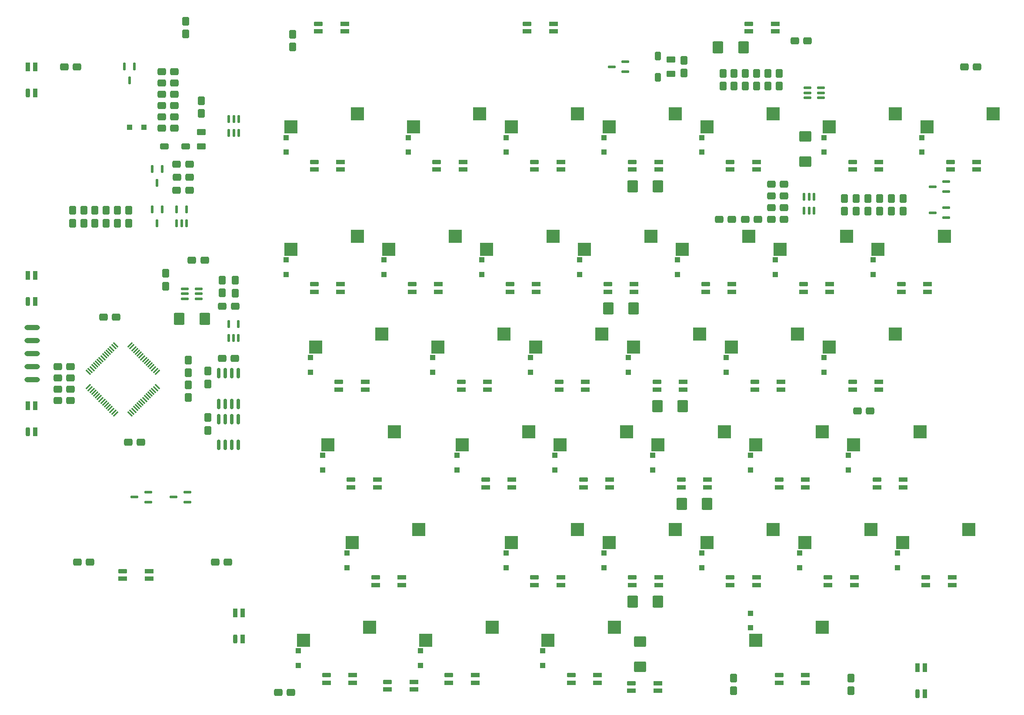
<source format=gbp>
G04 #@! TF.GenerationSoftware,KiCad,Pcbnew,7.0.1*
G04 #@! TF.CreationDate,2023-07-18T11:36:22-07:00*
G04 #@! TF.ProjectId,keyboard-left,6b657962-6f61-4726-942d-6c6566742e6b,rev?*
G04 #@! TF.SameCoordinates,Original*
G04 #@! TF.FileFunction,Paste,Bot*
G04 #@! TF.FilePolarity,Positive*
%FSLAX46Y46*%
G04 Gerber Fmt 4.6, Leading zero omitted, Abs format (unit mm)*
G04 Created by KiCad (PCBNEW 7.0.1) date 2023-07-18 11:36:22*
%MOMM*%
%LPD*%
G01*
G04 APERTURE LIST*
G04 Aperture macros list*
%AMRoundRect*
0 Rectangle with rounded corners*
0 $1 Rounding radius*
0 $2 $3 $4 $5 $6 $7 $8 $9 X,Y pos of 4 corners*
0 Add a 4 corners polygon primitive as box body*
4,1,4,$2,$3,$4,$5,$6,$7,$8,$9,$2,$3,0*
0 Add four circle primitives for the rounded corners*
1,1,$1+$1,$2,$3*
1,1,$1+$1,$4,$5*
1,1,$1+$1,$6,$7*
1,1,$1+$1,$8,$9*
0 Add four rect primitives between the rounded corners*
20,1,$1+$1,$2,$3,$4,$5,0*
20,1,$1+$1,$4,$5,$6,$7,0*
20,1,$1+$1,$6,$7,$8,$9,0*
20,1,$1+$1,$8,$9,$2,$3,0*%
G04 Aperture macros list end*
%ADD10R,2.550000X2.500000*%
%ADD11RoundRect,0.350000X-0.500500X-0.350000X0.500500X-0.350000X0.500500X0.350000X-0.500500X0.350000X0*%
%ADD12RoundRect,0.123750X0.123750X-0.656250X0.123750X0.656250X-0.123750X0.656250X-0.123750X-0.656250X0*%
%ADD13RoundRect,0.300000X0.550500X0.300000X-0.550500X0.300000X-0.550500X-0.300000X0.550500X-0.300000X0*%
%ADD14RoundRect,0.350000X0.350000X-0.500500X0.350000X0.500500X-0.350000X0.500500X-0.350000X-0.500500X0*%
%ADD15RoundRect,0.150000X-0.150000X0.825000X-0.150000X-0.825000X0.150000X-0.825000X0.150000X0.825000X0*%
%ADD16RoundRect,0.350000X0.500500X0.350000X-0.500500X0.350000X-0.500500X-0.350000X0.500500X-0.350000X0*%
%ADD17RoundRect,0.250000X0.625000X-0.375000X0.625000X0.375000X-0.625000X0.375000X-0.625000X-0.375000X0*%
%ADD18RoundRect,0.123750X-0.656250X-0.123750X0.656250X-0.123750X0.656250X0.123750X-0.656250X0.123750X0*%
%ADD19RoundRect,0.350000X-0.350000X0.500500X-0.350000X-0.500500X0.350000X-0.500500X0.350000X0.500500X0*%
%ADD20RoundRect,0.250000X0.787500X0.925000X-0.787500X0.925000X-0.787500X-0.925000X0.787500X-0.925000X0*%
%ADD21RoundRect,0.123750X-0.123750X0.656250X-0.123750X-0.656250X0.123750X-0.656250X0.123750X0.656250X0*%
%ADD22RoundRect,0.300000X-0.300000X0.550500X-0.300000X-0.550500X0.300000X-0.550500X0.300000X0.550500X0*%
%ADD23O,3.000000X1.000000*%
%ADD24RoundRect,0.250000X0.925000X-0.787500X0.925000X0.787500X-0.925000X0.787500X-0.925000X-0.787500X0*%
%ADD25R,1.700000X0.820000*%
%ADD26RoundRect,0.205000X0.645000X0.205000X-0.645000X0.205000X-0.645000X-0.205000X0.645000X-0.205000X0*%
%ADD27RoundRect,0.250000X0.300000X-0.300000X0.300000X0.300000X-0.300000X0.300000X-0.300000X-0.300000X0*%
%ADD28R,0.820000X1.700000*%
%ADD29RoundRect,0.205000X-0.205000X0.645000X-0.205000X-0.645000X0.205000X-0.645000X0.205000X0.645000X0*%
%ADD30RoundRect,0.074750X0.423911X-0.318198X-0.318198X0.423911X-0.423911X0.318198X0.318198X-0.423911X0*%
%ADD31RoundRect,0.074750X-0.318198X-0.423911X0.423911X0.318198X0.318198X0.423911X-0.423911X-0.318198X0*%
%ADD32RoundRect,0.250000X-0.300000X0.300000X-0.300000X-0.300000X0.300000X-0.300000X0.300000X0.300000X0*%
%ADD33RoundRect,0.250000X-0.300000X-0.300000X0.300000X-0.300000X0.300000X0.300000X-0.300000X0.300000X0*%
G04 APERTURE END LIST*
D10*
X158173800Y-102870000D03*
X171073800Y-100330000D03*
D11*
X146577000Y-39878000D03*
X149079000Y-39878000D03*
D12*
X46040000Y-20320000D03*
X46990000Y-20320000D03*
X47940000Y-20320000D03*
X47940000Y-23020000D03*
X46990000Y-23020000D03*
X46040000Y-23020000D03*
D13*
X37611000Y-25660000D03*
X33509000Y-25660000D03*
D10*
X77211300Y-45720000D03*
X90111300Y-43180000D03*
D14*
X146640000Y-13951000D03*
X146640000Y-11449000D03*
X177292000Y-38335000D03*
X177292000Y-35833000D03*
D10*
X60542500Y-121920000D03*
X73469500Y-119380000D03*
X162936300Y-64770000D03*
X175836300Y-62230000D03*
D15*
X44069000Y-69923000D03*
X45339000Y-69923000D03*
X46609000Y-69923000D03*
X47879000Y-69923000D03*
X47879000Y-75873000D03*
X46609000Y-75873000D03*
X45339000Y-75873000D03*
X44069000Y-75873000D03*
D16*
X24111000Y-58928000D03*
X21609000Y-58928000D03*
D14*
X168148000Y-38335000D03*
X168148000Y-35833000D03*
D10*
X162936300Y-21907500D03*
X175836300Y-19367500D03*
D17*
X132080000Y-11560000D03*
X132080000Y-8760000D03*
D10*
X139123800Y-102870000D03*
X152023800Y-100330000D03*
X115311300Y-45720000D03*
X128211300Y-43180000D03*
D16*
X15221000Y-72980000D03*
X12719000Y-72980000D03*
D18*
X185754000Y-32578000D03*
X185754000Y-34478000D03*
X183054000Y-33528000D03*
D10*
X62923800Y-64770000D03*
X75850800Y-62230000D03*
D19*
X33704500Y-50419300D03*
X33704500Y-52921300D03*
D14*
X22180000Y-40640000D03*
X22180000Y-38138000D03*
D10*
X70067500Y-102870000D03*
X82994500Y-100330000D03*
X58161300Y-45720000D03*
X71061300Y-43180000D03*
D18*
X40134500Y-53461300D03*
X40134500Y-54411300D03*
X40134500Y-55361300D03*
X37434500Y-55361300D03*
X37434500Y-54411300D03*
X37434500Y-53461300D03*
D11*
X151657000Y-35306000D03*
X154159000Y-35306000D03*
D10*
X101023800Y-102870000D03*
X113923800Y-100330000D03*
X172461300Y-45720000D03*
X185361300Y-43180000D03*
D18*
X30312000Y-93096000D03*
X30312000Y-94996000D03*
X27612000Y-94046000D03*
D11*
X151657000Y-33020000D03*
X154159000Y-33020000D03*
D19*
X58420000Y-3829000D03*
X58420000Y-6331000D03*
D11*
X26435000Y-83312000D03*
X28937000Y-83312000D03*
D20*
X146226500Y-6350000D03*
X141301500Y-6350000D03*
D21*
X37780000Y-40640000D03*
X36830000Y-40640000D03*
X35880000Y-40640000D03*
X35880000Y-37940000D03*
X37780000Y-37940000D03*
D14*
X148840000Y-13951000D03*
X148840000Y-11449000D03*
X144440000Y-13951000D03*
X144440000Y-11449000D03*
D19*
X41952000Y-78516000D03*
X41952000Y-81018000D03*
D14*
X142240000Y-13951000D03*
X142240000Y-11449000D03*
D11*
X141497000Y-39878000D03*
X143999000Y-39878000D03*
D12*
X25720000Y-10080000D03*
X27620000Y-10080000D03*
X26670000Y-12780000D03*
D14*
X17780000Y-40640000D03*
X17780000Y-38138000D03*
X170434000Y-38335000D03*
X170434000Y-35833000D03*
D16*
X15221000Y-70780000D03*
X12719000Y-70780000D03*
D14*
X134620000Y-11411000D03*
X134620000Y-8909000D03*
D19*
X144272000Y-129305000D03*
X144272000Y-131807000D03*
D16*
X15221000Y-75180000D03*
X12719000Y-75180000D03*
D14*
X153240000Y-13951000D03*
X153240000Y-11449000D03*
D10*
X108167500Y-121920000D03*
X121094500Y-119380000D03*
X65305000Y-83820000D03*
X78232000Y-81280000D03*
X81973800Y-21907500D03*
X94873800Y-19367500D03*
D18*
X123270000Y-9210000D03*
X123270000Y-11110000D03*
X120570000Y-10160000D03*
D20*
X41324500Y-59271300D03*
X36399500Y-59271300D03*
D16*
X45866000Y-106680000D03*
X43364000Y-106680000D03*
D10*
X124836300Y-64770000D03*
X137736300Y-62230000D03*
X167698800Y-83820000D03*
X180598800Y-81280000D03*
D14*
X19980000Y-40640000D03*
X19980000Y-38138000D03*
D17*
X40640000Y-25660000D03*
X40640000Y-22860000D03*
D10*
X139123800Y-21907500D03*
X152023800Y-19367500D03*
X148648800Y-83820000D03*
X161548800Y-81280000D03*
D14*
X172720000Y-38335000D03*
X172720000Y-35833000D03*
D11*
X32969000Y-15539000D03*
X35471000Y-15539000D03*
X151657000Y-37592000D03*
X154159000Y-37592000D03*
D22*
X129540000Y-8109000D03*
X129540000Y-12211000D03*
D10*
X96261300Y-45720000D03*
X109161300Y-43180000D03*
D11*
X13989000Y-10160000D03*
X16491000Y-10160000D03*
X32969000Y-19939000D03*
X35471000Y-19939000D03*
D14*
X26580000Y-40640000D03*
X26580000Y-38138000D03*
D19*
X41910000Y-69489600D03*
X41910000Y-71991600D03*
D14*
X151040000Y-13951000D03*
X151040000Y-11449000D03*
X40640000Y-19272000D03*
X40640000Y-16770000D03*
D11*
X35899000Y-31670000D03*
X38401000Y-31670000D03*
D10*
X120073800Y-102870000D03*
X132973800Y-100330000D03*
X84355000Y-121920000D03*
X97282000Y-119380000D03*
D11*
X38822500Y-47841300D03*
X41324500Y-47841300D03*
X32969000Y-22139000D03*
X35471000Y-22139000D03*
X189249000Y-10160000D03*
X191751000Y-10160000D03*
X32969000Y-13339000D03*
X35471000Y-13339000D03*
D16*
X170923000Y-77216000D03*
X168421000Y-77216000D03*
D18*
X161370000Y-14290000D03*
X161370000Y-15240000D03*
X161370000Y-16190000D03*
X158670000Y-16190000D03*
X158670000Y-15240000D03*
X158670000Y-14290000D03*
D11*
X16529000Y-106680000D03*
X19031000Y-106680000D03*
D19*
X167132000Y-129305000D03*
X167132000Y-131807000D03*
D10*
X58161300Y-21907500D03*
X71061300Y-19367500D03*
D14*
X24380000Y-40640000D03*
X24380000Y-38138000D03*
X38100000Y-69831000D03*
X38100000Y-67329000D03*
D11*
X44745000Y-56818000D03*
X47247000Y-56818000D03*
D10*
X101023800Y-21907500D03*
X113923800Y-19367500D03*
X86736300Y-64770000D03*
X99636300Y-62230000D03*
X148648800Y-121920000D03*
X161575800Y-119380000D03*
D11*
X44707000Y-66978000D03*
X47209000Y-66978000D03*
X32969000Y-11139000D03*
X35471000Y-11139000D03*
D12*
X158054000Y-35480000D03*
X159004000Y-35480000D03*
X159954000Y-35480000D03*
X159954000Y-38180000D03*
X159004000Y-38180000D03*
X158054000Y-38180000D03*
D10*
X134361300Y-45720000D03*
X147261300Y-43180000D03*
D18*
X185754000Y-37658000D03*
X185754000Y-39558000D03*
X183054000Y-38608000D03*
D14*
X44707000Y-54240000D03*
X44707000Y-51738000D03*
D16*
X158731000Y-5080000D03*
X156229000Y-5080000D03*
D12*
X31120000Y-30060000D03*
X33020000Y-30060000D03*
X32070000Y-32760000D03*
D11*
X35880000Y-34210000D03*
X38382000Y-34210000D03*
D10*
X105786300Y-64770000D03*
X118686300Y-62230000D03*
D14*
X15580000Y-40640000D03*
X15580000Y-38138000D03*
D10*
X110548800Y-83820000D03*
X123448800Y-81280000D03*
D14*
X175006000Y-38335000D03*
X175006000Y-35833000D03*
D15*
X44069000Y-78873000D03*
X45339000Y-78873000D03*
X46609000Y-78873000D03*
X47879000Y-78873000D03*
X47879000Y-83823000D03*
X46609000Y-83823000D03*
X45339000Y-83823000D03*
X44069000Y-83823000D03*
D19*
X38100000Y-72155000D03*
X38100000Y-74657000D03*
D10*
X120073800Y-21907500D03*
X132973800Y-19367500D03*
X143886300Y-64770000D03*
X156786300Y-62230000D03*
X91498800Y-83820000D03*
X104398800Y-81280000D03*
D11*
X35880000Y-29130000D03*
X38382000Y-29130000D03*
X32969000Y-17739000D03*
X35471000Y-17739000D03*
X151657000Y-39878000D03*
X154159000Y-39878000D03*
D18*
X37932000Y-93096000D03*
X37932000Y-94996000D03*
X35232000Y-94046000D03*
D16*
X15221000Y-68580000D03*
X12719000Y-68580000D03*
D14*
X47247000Y-54278000D03*
X47247000Y-51776000D03*
D10*
X153411300Y-45720000D03*
X166311300Y-43180000D03*
D23*
X7730000Y-60960000D03*
X7730000Y-63500000D03*
X7730000Y-66040000D03*
X7730000Y-68580000D03*
X7730000Y-71120000D03*
D10*
X177223800Y-102870000D03*
X190123800Y-100330000D03*
D21*
X47877000Y-62988000D03*
X46927000Y-62988000D03*
X45977000Y-62988000D03*
X45977000Y-60288000D03*
X47877000Y-60288000D03*
D24*
X158242000Y-28624500D03*
X158242000Y-23699500D03*
D11*
X55645000Y-132080000D03*
X58147000Y-132080000D03*
D12*
X31120000Y-37940000D03*
X33020000Y-37940000D03*
X32070000Y-40640000D03*
D14*
X37592000Y-3791000D03*
X37592000Y-1289000D03*
D10*
X129598800Y-83820000D03*
X142498800Y-81280000D03*
D14*
X165862000Y-38335000D03*
X165862000Y-35833000D03*
D10*
X181986300Y-21907500D03*
X194886300Y-19367500D03*
D25*
X68590000Y-3290000D03*
X68590000Y-1790000D03*
D26*
X63490000Y-1790000D03*
D25*
X63490000Y-3290000D03*
D27*
X166698800Y-88720000D03*
X166698800Y-85920000D03*
D28*
X48756000Y-116576000D03*
X47256000Y-116576000D03*
D29*
X47256000Y-121676000D03*
D28*
X48756000Y-121676000D03*
D25*
X152410000Y-3290000D03*
X152410000Y-1790000D03*
D26*
X147310000Y-1790000D03*
D25*
X147310000Y-3290000D03*
D27*
X90498800Y-88720000D03*
X90498800Y-85920000D03*
D25*
X148758800Y-111160000D03*
X148758800Y-109660000D03*
D26*
X143658800Y-109660000D03*
D25*
X143658800Y-111160000D03*
X182096300Y-54010000D03*
X182096300Y-52510000D03*
D26*
X176996300Y-52510000D03*
D25*
X176996300Y-54010000D03*
X117802500Y-130210000D03*
X117802500Y-128710000D03*
D26*
X112702500Y-128710000D03*
D25*
X112702500Y-130210000D03*
D27*
X161936300Y-69670000D03*
X161936300Y-66870000D03*
D25*
X148758800Y-30197500D03*
X148758800Y-28697500D03*
D26*
X143658800Y-28697500D03*
D25*
X143658800Y-30197500D03*
D30*
X32117514Y-72534213D03*
X31763961Y-72887766D03*
X31410407Y-73241320D03*
X31056854Y-73594872D03*
X30703299Y-73948427D03*
X30349747Y-74301980D03*
X29996194Y-74655532D03*
X29642640Y-75009087D03*
X29289087Y-75362640D03*
X28935532Y-75716194D03*
X28581980Y-76069747D03*
X28228427Y-76423299D03*
X27874872Y-76776854D03*
X27521320Y-77130407D03*
X27167766Y-77483961D03*
X26814213Y-77837514D03*
D31*
X23985787Y-77837514D03*
X23632234Y-77483961D03*
X23278680Y-77130407D03*
X22925128Y-76776854D03*
X22571573Y-76423299D03*
X22218020Y-76069747D03*
X21864468Y-75716194D03*
X21510913Y-75362640D03*
X21157360Y-75009087D03*
X20803806Y-74655532D03*
X20450253Y-74301980D03*
X20096701Y-73948427D03*
X19743146Y-73594872D03*
X19389593Y-73241320D03*
X19036039Y-72887766D03*
X18682486Y-72534213D03*
D30*
X18682486Y-69705787D03*
X19036039Y-69352234D03*
X19389593Y-68998680D03*
X19743146Y-68645128D03*
X20096701Y-68291573D03*
X20450253Y-67938020D03*
X20803806Y-67584468D03*
X21157360Y-67230913D03*
X21510913Y-66877360D03*
X21864468Y-66523806D03*
X22218020Y-66170253D03*
X22571573Y-65816701D03*
X22925128Y-65463146D03*
X23278680Y-65109593D03*
X23632234Y-64756039D03*
X23985787Y-64402486D03*
D31*
X26814213Y-64402486D03*
X27167766Y-64756039D03*
X27521320Y-65109593D03*
X27874872Y-65463146D03*
X28228427Y-65816701D03*
X28581980Y-66170253D03*
X28935532Y-66523806D03*
X29289087Y-66877360D03*
X29642640Y-67230913D03*
X29996194Y-67584468D03*
X30349747Y-67938020D03*
X30703299Y-68291573D03*
X31056854Y-68645128D03*
X31410407Y-68998680D03*
X31763961Y-69352234D03*
X32117514Y-69705787D03*
D25*
X105896300Y-54010000D03*
X105896300Y-52510000D03*
D26*
X100796300Y-52510000D03*
D25*
X100796300Y-54010000D03*
D27*
X119073800Y-26807500D03*
X119073800Y-24007500D03*
X107167500Y-126820000D03*
X107167500Y-124020000D03*
X161936300Y-26807500D03*
X161936300Y-24007500D03*
D25*
X177333800Y-92110000D03*
X177333800Y-90610000D03*
D26*
X172233800Y-90610000D03*
D25*
X172233800Y-92110000D03*
D27*
X69067500Y-107770000D03*
X69067500Y-104970000D03*
D25*
X129708800Y-30197500D03*
X129708800Y-28697500D03*
D26*
X124608800Y-28697500D03*
D25*
X124608800Y-30197500D03*
D27*
X171461300Y-50620000D03*
X171461300Y-47820000D03*
D25*
X67796300Y-54010000D03*
X67796300Y-52510000D03*
D26*
X62696300Y-52510000D03*
D25*
X62696300Y-54010000D03*
X134471300Y-73060000D03*
X134471300Y-71560000D03*
D26*
X129371300Y-71560000D03*
D25*
X129371300Y-73060000D03*
D20*
X134383800Y-76310000D03*
X129458800Y-76310000D03*
D27*
X119073800Y-107770000D03*
X119073800Y-104970000D03*
D25*
X79702500Y-111160000D03*
X79702500Y-109660000D03*
D26*
X74602500Y-109660000D03*
D25*
X74602500Y-111160000D03*
D27*
X152411300Y-50620000D03*
X152411300Y-47820000D03*
X95261300Y-50620000D03*
X95261300Y-47820000D03*
D25*
X143996300Y-54010000D03*
X143996300Y-52510000D03*
D26*
X138896300Y-52510000D03*
D25*
X138896300Y-54010000D03*
X91608800Y-30197500D03*
X91608800Y-28697500D03*
D26*
X86508800Y-28697500D03*
D25*
X86508800Y-30197500D03*
X72558800Y-73060000D03*
X72558800Y-71560000D03*
D26*
X67458800Y-71560000D03*
D25*
X67458800Y-73060000D03*
X82052000Y-131560000D03*
X82052000Y-130060000D03*
D26*
X76952000Y-130060000D03*
D25*
X76952000Y-131560000D03*
X115421300Y-73060000D03*
X115421300Y-71560000D03*
D26*
X110321300Y-71560000D03*
D25*
X110321300Y-73060000D03*
X110658800Y-111160000D03*
X110658800Y-109660000D03*
D26*
X105558800Y-109660000D03*
D25*
X105558800Y-111160000D03*
D32*
X147574000Y-116710000D03*
X147574000Y-119510000D03*
D27*
X180986300Y-26807500D03*
X180986300Y-24007500D03*
D28*
X8370000Y-50790000D03*
X6870000Y-50790000D03*
D29*
X6870000Y-55890000D03*
D28*
X8370000Y-55890000D03*
D27*
X114311300Y-50620000D03*
X114311300Y-47820000D03*
X61923800Y-69670000D03*
X61923800Y-66870000D03*
X138123800Y-26807500D03*
X138123800Y-24007500D03*
D25*
X191621300Y-30197500D03*
X191621300Y-28697500D03*
D26*
X186521300Y-28697500D03*
D25*
X186521300Y-30197500D03*
X109230000Y-3290000D03*
X109230000Y-1790000D03*
D26*
X104130000Y-1790000D03*
D25*
X104130000Y-3290000D03*
X163046300Y-54010000D03*
X163046300Y-52510000D03*
D26*
X157946300Y-52510000D03*
D25*
X157946300Y-54010000D03*
D27*
X100023800Y-26807500D03*
X100023800Y-24007500D03*
X57161300Y-26807500D03*
X57161300Y-24007500D03*
X100023800Y-107770000D03*
X100023800Y-104970000D03*
X109548800Y-88720000D03*
X109548800Y-85920000D03*
D25*
X67796300Y-30197500D03*
X67796300Y-28697500D03*
D26*
X62696300Y-28697500D03*
D25*
X62696300Y-30197500D03*
X186858800Y-111160000D03*
X186858800Y-109660000D03*
D26*
X181758800Y-109660000D03*
D25*
X181758800Y-111160000D03*
D27*
X80973800Y-26807500D03*
X80973800Y-24007500D03*
D24*
X126100000Y-127092500D03*
X126100000Y-122167500D03*
D25*
X167808800Y-111160000D03*
X167808800Y-109660000D03*
D26*
X162708800Y-109660000D03*
D25*
X162708800Y-111160000D03*
D20*
X124858800Y-57260000D03*
X119933800Y-57260000D03*
D27*
X133361300Y-50620000D03*
X133361300Y-47820000D03*
D25*
X101133800Y-92110000D03*
X101133800Y-90610000D03*
D26*
X96033800Y-90610000D03*
D25*
X96033800Y-92110000D03*
X93990000Y-130210000D03*
X93990000Y-128710000D03*
D26*
X88890000Y-128710000D03*
D25*
X88890000Y-130210000D03*
X96371300Y-73060000D03*
X96371300Y-71560000D03*
D26*
X91271300Y-71560000D03*
D25*
X91271300Y-73060000D03*
X120183800Y-92110000D03*
X120183800Y-90610000D03*
D26*
X115083800Y-90610000D03*
D25*
X115083800Y-92110000D03*
D28*
X181598000Y-127244000D03*
X180098000Y-127244000D03*
D29*
X180098000Y-132344000D03*
D28*
X181598000Y-132344000D03*
D27*
X128598800Y-88720000D03*
X128598800Y-85920000D03*
X64305000Y-88720000D03*
X64305000Y-85920000D03*
X157173800Y-107770000D03*
X157173800Y-104970000D03*
D25*
X129550000Y-131814000D03*
X129550000Y-130314000D03*
D26*
X124450000Y-130314000D03*
D25*
X124450000Y-131814000D03*
X74940000Y-92110000D03*
X74940000Y-90610000D03*
D26*
X69840000Y-90610000D03*
D25*
X69840000Y-92110000D03*
X70177500Y-130210000D03*
X70177500Y-128710000D03*
D26*
X65077500Y-128710000D03*
D25*
X65077500Y-130210000D03*
X158283800Y-92110000D03*
X158283800Y-90610000D03*
D26*
X153183800Y-90610000D03*
D25*
X153183800Y-92110000D03*
D27*
X147648800Y-88720000D03*
X147648800Y-85920000D03*
D28*
X8370000Y-76190000D03*
X6870000Y-76190000D03*
D29*
X6870000Y-81290000D03*
D28*
X8370000Y-81290000D03*
D20*
X129621300Y-114410000D03*
X124696300Y-114410000D03*
D27*
X59542500Y-126820000D03*
X59542500Y-124020000D03*
X76211300Y-50620000D03*
X76211300Y-47820000D03*
X142886300Y-69670000D03*
X142886300Y-66870000D03*
X57161300Y-50620000D03*
X57161300Y-47820000D03*
X138123800Y-107770000D03*
X138123800Y-104970000D03*
D25*
X129708800Y-111160000D03*
X129708800Y-109660000D03*
D26*
X124608800Y-109660000D03*
D25*
X124608800Y-111160000D03*
X153521300Y-73060000D03*
X153521300Y-71560000D03*
D26*
X148421300Y-71560000D03*
D25*
X148421300Y-73060000D03*
D27*
X83355000Y-126820000D03*
X83355000Y-124020000D03*
D33*
X26721300Y-21947500D03*
X29521300Y-21947500D03*
D25*
X30490000Y-109970000D03*
X30490000Y-108470000D03*
D26*
X25390000Y-108470000D03*
D25*
X25390000Y-109970000D03*
D27*
X176223800Y-107770000D03*
X176223800Y-104970000D03*
D20*
X129621300Y-33447500D03*
X124696300Y-33447500D03*
D25*
X158283800Y-130210000D03*
X158283800Y-128710000D03*
D26*
X153183800Y-128710000D03*
D25*
X153183800Y-130210000D03*
D27*
X104786300Y-69670000D03*
X104786300Y-66870000D03*
D25*
X110658800Y-30197500D03*
X110658800Y-28697500D03*
D26*
X105558800Y-28697500D03*
D25*
X105558800Y-30197500D03*
D27*
X85736300Y-69670000D03*
X85736300Y-66870000D03*
D25*
X86846300Y-54010000D03*
X86846300Y-52510000D03*
D26*
X81746300Y-52510000D03*
D25*
X81746300Y-54010000D03*
X139233800Y-92110000D03*
X139233800Y-90610000D03*
D26*
X134133800Y-90610000D03*
D25*
X134133800Y-92110000D03*
D27*
X123836300Y-69670000D03*
X123836300Y-66870000D03*
D25*
X172571300Y-30197500D03*
X172571300Y-28697500D03*
D26*
X167471300Y-28697500D03*
D25*
X167471300Y-30197500D03*
X124946300Y-54010000D03*
X124946300Y-52510000D03*
D26*
X119846300Y-52510000D03*
D25*
X119846300Y-54010000D03*
D20*
X139146300Y-95360000D03*
X134221300Y-95360000D03*
D25*
X172571300Y-73060000D03*
X172571300Y-71560000D03*
D26*
X167471300Y-71560000D03*
D25*
X167471300Y-73060000D03*
D28*
X8370000Y-10150000D03*
X6870000Y-10150000D03*
D29*
X6870000Y-15250000D03*
D28*
X8370000Y-15250000D03*
M02*

</source>
